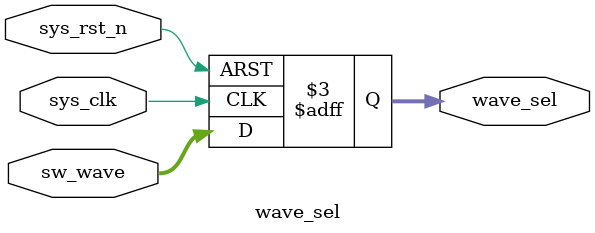
<source format=v>
module    wave_sel(
      input                sys_clk    ,
      input                sys_rst_n  ,
      input       [1:0]    sw_wave,

      output reg  [1:0]    wave_sel   
  );

  always  @(posedge sys_clk or negedge sys_rst_n)begin
      if(sys_rst_n==1'b0)begin
           wave_sel<=2'b0;
      end
      else begin
           wave_sel<=sw_wave;
      end
  end

  endmodule


</source>
